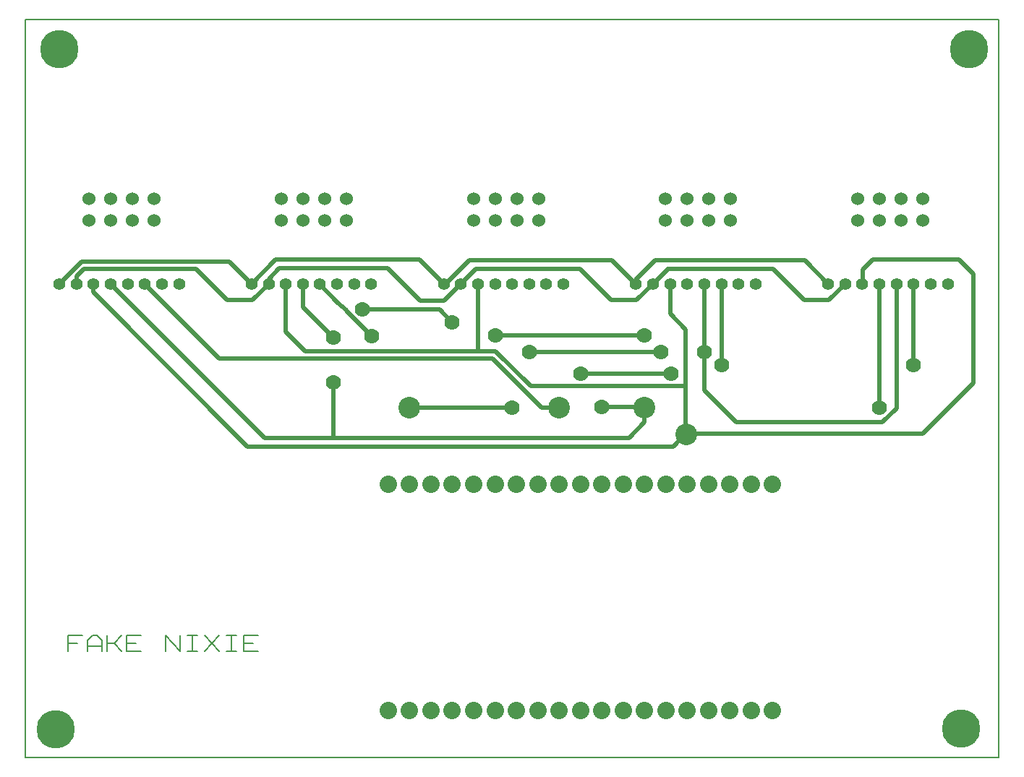
<source format=gbr>
G04 PROTEUS GERBER X2 FILE*
%TF.GenerationSoftware,Labcenter,Proteus,8.6-SP2-Build23525*%
%TF.CreationDate,2025-01-29T09:47:47+00:00*%
%TF.FileFunction,Copper,L1,Top*%
%TF.FilePolarity,Positive*%
%TF.Part,Single*%
%FSLAX45Y45*%
%MOMM*%
G01*
%TA.AperFunction,Conductor*%
%ADD10C,0.508000*%
%TA.AperFunction,ViaPad*%
%ADD11C,1.778000*%
%TA.AperFunction,ComponentPad*%
%ADD12C,2.032000*%
%TA.AperFunction,WasherPad*%
%ADD13C,1.524000*%
%ADD14C,1.397000*%
%TA.AperFunction,ComponentPad*%
%ADD15C,2.540000*%
%TA.AperFunction,OtherPad,Unknown*%
%ADD16C,4.500000*%
%TA.AperFunction,Profile*%
%ADD17C,0.203200*%
%TA.AperFunction,NonConductor*%
%ADD18C,0.203200*%
%TD.AperFunction*%
D10*
X-5650000Y+3550000D02*
X-5650000Y+3639578D01*
X-5561685Y+3727893D01*
X-4255078Y+3727893D01*
X-3889003Y+3361818D01*
X-3588182Y+3361818D01*
X-3400000Y+3550000D01*
X-5850000Y+3550000D02*
X-5587628Y+3812372D01*
X-3862372Y+3812372D01*
X-3600000Y+3550000D01*
X-3317823Y+3832177D01*
X-1632177Y+3832177D01*
X-1350000Y+3550000D01*
X+1100000Y+3550000D02*
X+1270314Y+3720314D01*
X+1270314Y+3721633D01*
X+2509060Y+3721633D01*
X+2872729Y+3357964D01*
X+3157964Y+3357964D01*
X+3350000Y+3550000D01*
X-3400000Y+3550000D02*
X-3400000Y+3606444D01*
X-3276878Y+3729566D01*
X-2006878Y+3729566D01*
X-1891302Y+3613990D01*
X-1627312Y+3350000D01*
X-1350000Y+3350000D01*
X-1150000Y+3550000D01*
X-972581Y+3727419D01*
X-932075Y+3727419D01*
X+242893Y+3727419D01*
X+612547Y+3357765D01*
X+907765Y+3357765D01*
X+1100000Y+3550000D01*
X-1350000Y+3550000D02*
X-1329573Y+3550000D01*
X-1049345Y+3830228D01*
X-1047134Y+3830228D01*
X+619772Y+3830228D01*
X+900000Y+3550000D01*
X+900000Y+3596331D01*
X+1127863Y+3824194D01*
X+2875806Y+3824194D01*
X+3150000Y+3550000D01*
X-4850000Y+3550000D02*
X-3979086Y+2679086D01*
X-779334Y+2679086D01*
X-200248Y+2100000D01*
X+0Y+2100000D01*
X-2300000Y+3250000D02*
X-1400000Y+3250000D01*
X-1250000Y+3100000D01*
X+3750000Y+3550000D02*
X+3750000Y+2100000D01*
X-2800000Y+3550000D02*
X-2590000Y+3330000D01*
X-2493485Y+3243484D01*
X-2493485Y+3236161D01*
X-2192020Y+2934696D01*
X-750000Y+2950000D02*
X+999857Y+2950000D01*
X-950000Y+3550000D02*
X-950000Y+2763752D01*
X+1482377Y+1807623D02*
X+1490000Y+1800000D01*
X+1490000Y+1790000D01*
X+1300000Y+3550000D02*
X+1300000Y+3199894D01*
X+1482377Y+3017517D01*
X+1482377Y+2447030D01*
X+4150000Y+2600000D02*
X+4150000Y+3550000D01*
X+1900000Y+3550000D02*
X+1900000Y+2600000D01*
X-550000Y+2100000D02*
X-1750000Y+2100000D01*
X-3200000Y+3550000D02*
X-3200000Y+2990000D01*
X-2973752Y+2763752D01*
X-950000Y+2763752D01*
X-3000000Y+3550000D02*
X-3000000Y+3277499D01*
X-2644455Y+2921954D01*
X-2643841Y+2396742D02*
X-2643841Y+1751594D01*
X-2640000Y+1747753D01*
X+819925Y+1747753D01*
X+1000000Y+1927828D01*
X+1000000Y+2100000D01*
X+995043Y+2104957D01*
X+1000000Y+2100000D01*
X-5250000Y+3550000D02*
X-3447753Y+1747753D01*
X-2640000Y+1747753D01*
X+500000Y+2104957D02*
X+995043Y+2104957D01*
X+1482377Y+2447030D02*
X+1482377Y+2400000D01*
X-950000Y+2763752D02*
X-748747Y+2763752D01*
X-334995Y+2350000D01*
X+1482377Y+2350000D01*
X+1482377Y+2400000D02*
X+1482377Y+2350000D01*
X+1482377Y+1807623D01*
X+1700000Y+2750000D02*
X+1700000Y+3550000D01*
X+3950000Y+3550000D02*
X+3950000Y+2093558D01*
X+3784900Y+1928458D01*
X+2071542Y+1928458D01*
X+1700000Y+2300000D01*
X+1700000Y+2750000D01*
X+1190000Y+2750000D02*
X-350000Y+2750000D01*
X+1310000Y+2500000D02*
X+250000Y+2500000D01*
X-5450000Y+3550000D02*
X-5450000Y+3450000D01*
X-3646476Y+1646476D01*
X+1336476Y+1646476D01*
X+1490000Y+1800000D01*
X+3550000Y+3550000D02*
X+3552740Y+3552740D01*
X+3552740Y+3712666D01*
X+3675036Y+3834962D01*
X+4681629Y+3834962D01*
X+4850000Y+3666591D01*
X+4850000Y+2385704D01*
X+4257037Y+1792741D01*
X+1617000Y+1792741D01*
X+1490000Y+1790000D01*
D11*
X-1250000Y+3100000D03*
X-2300000Y+3250000D03*
X+3750000Y+2100000D03*
X-2192020Y+2934696D03*
X-750000Y+2950000D03*
X+999857Y+2950000D03*
X+4150000Y+2600000D03*
X-550000Y+2100000D03*
X-2644455Y+2921954D03*
X-2643841Y+2396742D03*
X+500000Y+2104957D03*
X+1700000Y+2750000D03*
X+1190000Y+2750000D03*
X-350000Y+2750000D03*
X+1900000Y+2600000D03*
X+1310000Y+2500000D03*
X+250000Y+2500000D03*
D12*
X-2000000Y-1450000D03*
X+2500000Y-1450000D03*
X+2500000Y+1200000D03*
X+2250000Y-1450000D03*
X-1750000Y-1450000D03*
X+1250000Y+1200000D03*
X+1500000Y+1200000D03*
X+1000000Y+1200000D03*
X+250000Y+1200000D03*
X+1000000Y-1450000D03*
X+1500000Y-1450000D03*
X+750000Y-1450000D03*
X+1750000Y+1200000D03*
X+750000Y+1200000D03*
X+500000Y+1200000D03*
X+0Y+1200000D03*
X-250000Y+1200000D03*
X-750000Y+1200000D03*
X-1500000Y+1200000D03*
X-1750000Y+1200000D03*
X+0Y-1450000D03*
X+250000Y-1450000D03*
X+500000Y-1450000D03*
X-500000Y-1450000D03*
X-250000Y-1450000D03*
X-1000000Y-1450000D03*
X-750000Y-1450000D03*
X+1250000Y-1450000D03*
X-500000Y+1200000D03*
X-2000000Y+1200000D03*
X-1000000Y+1200000D03*
X+2250000Y+1200000D03*
X+2000000Y+1200000D03*
X+1750000Y-1450000D03*
X+2000000Y-1450000D03*
X-1250000Y-1450000D03*
X-1500000Y-1450000D03*
X-1250000Y+1200000D03*
D13*
X-5504000Y+4296000D03*
X-5504000Y+4550000D03*
X-5250000Y+4296000D03*
X-5250000Y+4550000D03*
X-4996000Y+4296000D03*
X-4996000Y+4550000D03*
X-4742000Y+4296000D03*
X-4742000Y+4550000D03*
X-3254000Y+4296000D03*
X-3254000Y+4550000D03*
X-3000000Y+4296000D03*
X-3000000Y+4550000D03*
X-2746000Y+4296000D03*
X-2746000Y+4550000D03*
X-2492000Y+4296000D03*
X-2492000Y+4550000D03*
X+1246000Y+4296000D03*
X+1246000Y+4550000D03*
X+1500000Y+4296000D03*
X+1500000Y+4550000D03*
X+1754000Y+4296000D03*
X+1754000Y+4550000D03*
X+2008000Y+4296000D03*
X+2008000Y+4550000D03*
X+3496000Y+4296000D03*
X+3496000Y+4550000D03*
X+3750000Y+4296000D03*
X+3750000Y+4550000D03*
X+4004000Y+4296000D03*
X+4004000Y+4550000D03*
X+4258000Y+4296000D03*
X+4258000Y+4550000D03*
X-1004000Y+4296000D03*
X-1004000Y+4550000D03*
X-750000Y+4296000D03*
X-750000Y+4550000D03*
X-496000Y+4296000D03*
X-496000Y+4550000D03*
X-242000Y+4296000D03*
X-242000Y+4550000D03*
D14*
X-5850000Y+3550000D03*
X-5650000Y+3550000D03*
X-5450000Y+3550000D03*
X-5250000Y+3550000D03*
X-5050000Y+3550000D03*
X-4850000Y+3550000D03*
X-4650000Y+3550000D03*
X-4450000Y+3550000D03*
X-3600000Y+3550000D03*
X-3400000Y+3550000D03*
X-3200000Y+3550000D03*
X-3000000Y+3550000D03*
X-2800000Y+3550000D03*
X-2600000Y+3550000D03*
X-2400000Y+3550000D03*
X-2200000Y+3550000D03*
X-1350000Y+3550000D03*
X-1150000Y+3550000D03*
X-950000Y+3550000D03*
X-750000Y+3550000D03*
X-550000Y+3550000D03*
X-350000Y+3550000D03*
X-150000Y+3550000D03*
X+50000Y+3550000D03*
X+900000Y+3550000D03*
X+1100000Y+3550000D03*
X+1300000Y+3550000D03*
X+1500000Y+3550000D03*
X+1700000Y+3550000D03*
X+1900000Y+3550000D03*
X+2100000Y+3550000D03*
X+2300000Y+3550000D03*
X+3150000Y+3550000D03*
X+3350000Y+3550000D03*
X+3550000Y+3550000D03*
X+3750000Y+3550000D03*
X+3950000Y+3550000D03*
X+4150000Y+3550000D03*
X+4350000Y+3550000D03*
X+4550000Y+3550000D03*
D15*
X+0Y+2100000D03*
X-1750000Y+2100000D03*
X+1000000Y+2100000D03*
X+1490000Y+1790000D03*
D16*
X-5890000Y-1670000D03*
X+4710000Y-1660000D03*
X-5850000Y+6300000D03*
X+4800000Y+6300000D03*
D17*
X-6250000Y-2000000D02*
X-6250000Y+6650000D01*
X+5150000Y+6650000D01*
X+5150000Y-2000000D01*
X-6250000Y-2000000D01*
D18*
X-5750000Y-751440D02*
X-5750000Y-568560D01*
X-5578550Y-568560D01*
X-5750000Y-660000D02*
X-5635700Y-660000D01*
X-5521400Y-751440D02*
X-5521400Y-629520D01*
X-5464250Y-568560D01*
X-5407100Y-568560D01*
X-5349950Y-629520D01*
X-5349950Y-751440D01*
X-5521400Y-690480D02*
X-5349950Y-690480D01*
X-5292800Y-568560D02*
X-5292800Y-751440D01*
X-5121350Y-568560D02*
X-5207075Y-660000D01*
X-5121350Y-751440D01*
X-5292800Y-660000D02*
X-5207075Y-660000D01*
X-4892750Y-751440D02*
X-5064200Y-751440D01*
X-5064200Y-568560D01*
X-4892750Y-568560D01*
X-5064200Y-660000D02*
X-4949900Y-660000D01*
X-4607000Y-751440D02*
X-4607000Y-568560D01*
X-4435550Y-751440D01*
X-4435550Y-568560D01*
X-4349825Y-568560D02*
X-4235525Y-568560D01*
X-4292675Y-568560D02*
X-4292675Y-751440D01*
X-4349825Y-751440D02*
X-4235525Y-751440D01*
X-4149800Y-568560D02*
X-3978350Y-751440D01*
X-4149800Y-751440D02*
X-3978350Y-568560D01*
X-3892625Y-568560D02*
X-3778325Y-568560D01*
X-3835475Y-568560D02*
X-3835475Y-751440D01*
X-3892625Y-751440D02*
X-3778325Y-751440D01*
X-3521150Y-751440D02*
X-3692600Y-751440D01*
X-3692600Y-568560D01*
X-3521150Y-568560D01*
X-3692600Y-660000D02*
X-3578300Y-660000D01*
M02*

</source>
